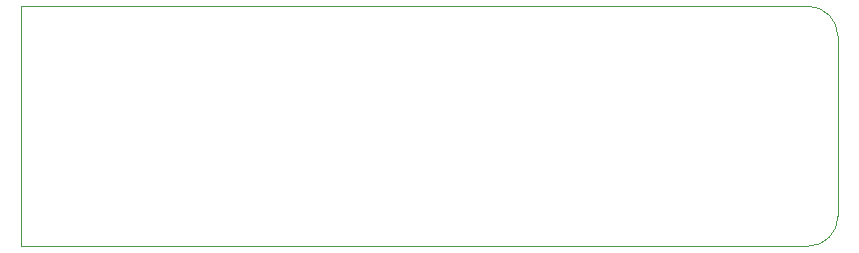
<source format=gm1>
G04 #@! TF.GenerationSoftware,KiCad,Pcbnew,(5.1.9-0-10_14)*
G04 #@! TF.CreationDate,2021-05-04T13:02:15-03:00*
G04 #@! TF.ProjectId,RingPush-PMOD,52696e67-5075-4736-982d-504d4f442e6b,rev?*
G04 #@! TF.SameCoordinates,Original*
G04 #@! TF.FileFunction,Profile,NP*
%FSLAX46Y46*%
G04 Gerber Fmt 4.6, Leading zero omitted, Abs format (unit mm)*
G04 Created by KiCad (PCBNEW (5.1.9-0-10_14)) date 2021-05-04 13:02:15*
%MOMM*%
%LPD*%
G01*
G04 APERTURE LIST*
G04 #@! TA.AperFunction,Profile*
%ADD10C,0.120000*%
G04 #@! TD*
G04 APERTURE END LIST*
D10*
X86931500Y-111760000D02*
G75*
G02*
X84391500Y-114300000I-2540000J0D01*
G01*
X84391500Y-93980000D02*
G75*
G02*
X86931500Y-96520000I0J-2540000D01*
G01*
X17780000Y-114300000D02*
X17780000Y-93980000D01*
X84391500Y-114300000D02*
X17780000Y-114300000D01*
X86931500Y-96520000D02*
X86931500Y-111760000D01*
X17780000Y-93980000D02*
X84391500Y-93980000D01*
M02*

</source>
